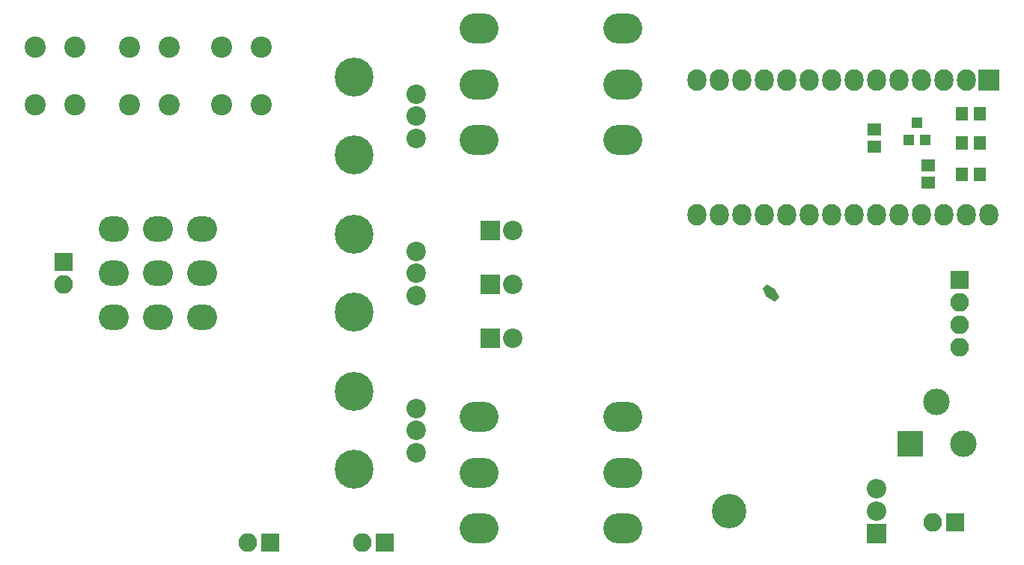
<source format=gbs>
G04 #@! TF.FileFunction,Soldermask,Bot*
%FSLAX46Y46*%
G04 Gerber Fmt 4.6, Leading zero omitted, Abs format (unit mm)*
G04 Created by KiCad (PCBNEW 4.0.7-e2-6376~58~ubuntu14.04.1) date Mon Apr 16 00:46:33 2018*
%MOMM*%
%LPD*%
G01*
G04 APERTURE LIST*
%ADD10C,0.100000*%
%ADD11R,2.432000X2.432000*%
%ADD12O,2.127200X2.432000*%
%ADD13R,2.100000X2.100000*%
%ADD14O,2.100000X2.100000*%
%ADD15R,1.400000X1.650000*%
%ADD16R,1.650000X1.400000*%
%ADD17R,1.200000X1.300000*%
%ADD18R,3.000000X3.000000*%
%ADD19C,3.000000*%
%ADD20C,2.200000*%
%ADD21C,4.400000*%
%ADD22C,2.400000*%
%ADD23O,3.900000X3.900000*%
%ADD24R,2.200000X2.200000*%
%ADD25O,2.200000X2.200000*%
%ADD26O,4.400000X3.400000*%
%ADD27O,3.400000X2.900000*%
G04 APERTURE END LIST*
D10*
D11*
X242570000Y-89916000D03*
D12*
X240030000Y-89916000D03*
X237490000Y-89916000D03*
X234950000Y-89916000D03*
X232410000Y-89916000D03*
X229870000Y-89916000D03*
X227330000Y-89916000D03*
X224790000Y-89916000D03*
X222250000Y-89916000D03*
X219710000Y-89916000D03*
X217170000Y-89916000D03*
X214630000Y-89916000D03*
X212090000Y-89916000D03*
X209550000Y-89916000D03*
X209550000Y-105156000D03*
X212090000Y-105156000D03*
X214630000Y-105156000D03*
X217170000Y-105156000D03*
X219710000Y-105156000D03*
X222250000Y-105156000D03*
X224790000Y-105156000D03*
X227330000Y-105156000D03*
X229870000Y-105156000D03*
X232410000Y-105156000D03*
X234950000Y-105156000D03*
X237490000Y-105156000D03*
X240030000Y-105156000D03*
X242570000Y-105156000D03*
D13*
X238760000Y-139954000D03*
D14*
X236220000Y-139954000D03*
D15*
X239538000Y-93726000D03*
X241538000Y-93726000D03*
X239538000Y-100584000D03*
X241538000Y-100584000D03*
X239538000Y-97028000D03*
X241538000Y-97028000D03*
D16*
X229616000Y-97520000D03*
X229616000Y-95520000D03*
X235712000Y-99584000D03*
X235712000Y-101584000D03*
D17*
X235392000Y-96758000D03*
X233492000Y-96758000D03*
X234442000Y-94758000D03*
D18*
X233680000Y-131064000D03*
D19*
X239680000Y-131064000D03*
X236680000Y-126364000D03*
D20*
X177800000Y-91520000D03*
X177800000Y-94020000D03*
X177800000Y-96520000D03*
D21*
X170800000Y-89620000D03*
X170800000Y-98420000D03*
D20*
X177800000Y-109300000D03*
X177800000Y-111800000D03*
X177800000Y-114300000D03*
D21*
X170800000Y-107400000D03*
X170800000Y-116200000D03*
D20*
X177800000Y-127080000D03*
X177800000Y-129580000D03*
X177800000Y-132080000D03*
D21*
X170800000Y-125180000D03*
X170800000Y-133980000D03*
D22*
X134692000Y-92710000D03*
X139192000Y-92710000D03*
X134692000Y-86210000D03*
X139192000Y-86210000D03*
X145360000Y-92710000D03*
X149860000Y-92710000D03*
X145360000Y-86210000D03*
X149860000Y-86210000D03*
X155774000Y-92710000D03*
X160274000Y-92710000D03*
X155774000Y-86210000D03*
X160274000Y-86210000D03*
D23*
X213210000Y-138684000D03*
D24*
X229870000Y-141224000D03*
D25*
X229870000Y-138684000D03*
X229870000Y-136144000D03*
D26*
X201140000Y-140666000D03*
X201140000Y-134366000D03*
X201140000Y-128066000D03*
X184940000Y-140666000D03*
X184940000Y-134366000D03*
X184940000Y-128066000D03*
X184940000Y-84124000D03*
X184940000Y-90424000D03*
X184940000Y-96724000D03*
X201140000Y-84124000D03*
X201140000Y-90424000D03*
X201140000Y-96724000D03*
D27*
X143590000Y-111760000D03*
X153590000Y-111760000D03*
X153590000Y-116760000D03*
X143590000Y-116760000D03*
X143590000Y-106760000D03*
X153590000Y-106760000D03*
X148590000Y-106760000D03*
X148590000Y-111760000D03*
X148590000Y-116760000D03*
D13*
X161290000Y-142240000D03*
D14*
X158750000Y-142240000D03*
D13*
X174244000Y-142240000D03*
D14*
X171704000Y-142240000D03*
D13*
X239268000Y-112522000D03*
D14*
X239268000Y-115062000D03*
X239268000Y-117602000D03*
X239268000Y-120142000D03*
D13*
X137922000Y-110490000D03*
D14*
X137922000Y-113030000D03*
D10*
G36*
X218892251Y-114511276D02*
X218397276Y-115006251D01*
X217478037Y-114511276D01*
X218397276Y-113592037D01*
X218892251Y-114511276D01*
X218892251Y-114511276D01*
G37*
G36*
X218385963Y-113580724D02*
X217466724Y-114499963D01*
X216971749Y-113580724D01*
X217466724Y-113085749D01*
X218385963Y-113580724D01*
X218385963Y-113580724D01*
G37*
D24*
X186182000Y-106934000D03*
D20*
X188722000Y-106934000D03*
D24*
X186182000Y-113030000D03*
D20*
X188722000Y-113030000D03*
D24*
X186182000Y-119126000D03*
D20*
X188722000Y-119126000D03*
M02*

</source>
